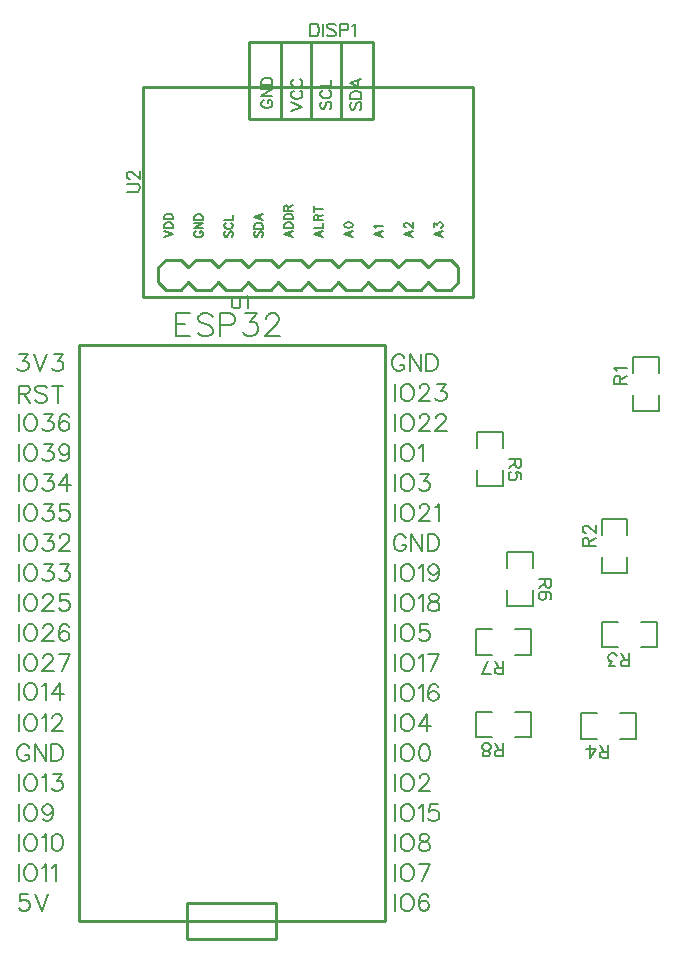
<source format=gto>
G04 Layer: TopSilkscreenLayer*
G04 EasyEDA v6.5.51, 2025-10-07 15:43:34*
G04 065a6221327546c7852400a8f05eee82,a6cf4550276c400b965b925ba5ea59c0,10*
G04 Gerber Generator version 0.2*
G04 Scale: 100 percent, Rotated: No, Reflected: No *
G04 Dimensions in millimeters *
G04 leading zeros omitted , absolute positions ,4 integer and 5 decimal *
%FSLAX45Y45*%
%MOMM*%

%ADD10C,0.1524*%
%ADD11C,0.2032*%
%ADD12C,0.2540*%
%ADD13C,0.0158*%

%LPD*%
D10*
X3421786Y-630326D02*
G01*
X3421786Y-739292D01*
X3421786Y-630326D02*
G01*
X3458108Y-630326D01*
X3473856Y-635406D01*
X3484016Y-645820D01*
X3489350Y-656234D01*
X3494430Y-671982D01*
X3494430Y-697890D01*
X3489350Y-713384D01*
X3484016Y-723798D01*
X3473856Y-734212D01*
X3458108Y-739292D01*
X3421786Y-739292D01*
X3528720Y-630326D02*
G01*
X3528720Y-739292D01*
X3635908Y-645820D02*
G01*
X3625494Y-635406D01*
X3609746Y-630326D01*
X3589172Y-630326D01*
X3573424Y-635406D01*
X3563010Y-645820D01*
X3563010Y-656234D01*
X3568344Y-666648D01*
X3573424Y-671982D01*
X3583838Y-677062D01*
X3615080Y-687476D01*
X3625494Y-692556D01*
X3630574Y-697890D01*
X3635908Y-708304D01*
X3635908Y-723798D01*
X3625494Y-734212D01*
X3609746Y-739292D01*
X3589172Y-739292D01*
X3573424Y-734212D01*
X3563010Y-723798D01*
X3670198Y-630326D02*
G01*
X3670198Y-739292D01*
X3670198Y-630326D02*
G01*
X3716934Y-630326D01*
X3732428Y-635406D01*
X3737762Y-640740D01*
X3742842Y-651154D01*
X3742842Y-666648D01*
X3737762Y-677062D01*
X3732428Y-682142D01*
X3716934Y-687476D01*
X3670198Y-687476D01*
X3777132Y-651154D02*
G01*
X3787546Y-645820D01*
X3803040Y-630326D01*
X3803040Y-739292D01*
D11*
X3025800Y-1276695D02*
G01*
X3016656Y-1281267D01*
X3007512Y-1290157D01*
X3003194Y-1299301D01*
X3003194Y-1317589D01*
X3007512Y-1326733D01*
X3016656Y-1335623D01*
X3025800Y-1340195D01*
X3039516Y-1344767D01*
X3062122Y-1344767D01*
X3075838Y-1340195D01*
X3084982Y-1335623D01*
X3094126Y-1326733D01*
X3098444Y-1317589D01*
X3098444Y-1299301D01*
X3094126Y-1290157D01*
X3084982Y-1281267D01*
X3075838Y-1276695D01*
X3062122Y-1276695D01*
X3062122Y-1299301D02*
G01*
X3062122Y-1276695D01*
X3003194Y-1246723D02*
G01*
X3098444Y-1246723D01*
X3003194Y-1246723D02*
G01*
X3098444Y-1182969D01*
X3003194Y-1182969D02*
G01*
X3098444Y-1182969D01*
X3003194Y-1152997D02*
G01*
X3098444Y-1152997D01*
X3003194Y-1152997D02*
G01*
X3003194Y-1121247D01*
X3007512Y-1107531D01*
X3016656Y-1098387D01*
X3025800Y-1093815D01*
X3039516Y-1089243D01*
X3062122Y-1089243D01*
X3075838Y-1093815D01*
X3084982Y-1098387D01*
X3094126Y-1107531D01*
X3098444Y-1121247D01*
X3098444Y-1152997D01*
X3258116Y-1369672D02*
G01*
X3353620Y-1333350D01*
X3258116Y-1297028D02*
G01*
X3353620Y-1333350D01*
X3280722Y-1198984D02*
G01*
X3271832Y-1203556D01*
X3262688Y-1212446D01*
X3258116Y-1221590D01*
X3258116Y-1239878D01*
X3262688Y-1248768D01*
X3271832Y-1257912D01*
X3280722Y-1262484D01*
X3294438Y-1267056D01*
X3317298Y-1267056D01*
X3330760Y-1262484D01*
X3339904Y-1257912D01*
X3349048Y-1248768D01*
X3353620Y-1239878D01*
X3353620Y-1221590D01*
X3349048Y-1212446D01*
X3339904Y-1203556D01*
X3330760Y-1198984D01*
X3280722Y-1100686D02*
G01*
X3271832Y-1105258D01*
X3262688Y-1114402D01*
X3258116Y-1123546D01*
X3258116Y-1141580D01*
X3262688Y-1150724D01*
X3271832Y-1159868D01*
X3280722Y-1164440D01*
X3294438Y-1169012D01*
X3317298Y-1169012D01*
X3330760Y-1164440D01*
X3339904Y-1159868D01*
X3349048Y-1150724D01*
X3353620Y-1141580D01*
X3353620Y-1123546D01*
X3349048Y-1114402D01*
X3339904Y-1105258D01*
X3330760Y-1100686D01*
X3516772Y-1291160D02*
G01*
X3507628Y-1300304D01*
X3503056Y-1313766D01*
X3503056Y-1332054D01*
X3507628Y-1345770D01*
X3516772Y-1354914D01*
X3525916Y-1354914D01*
X3534806Y-1350342D01*
X3539378Y-1345770D01*
X3543950Y-1336626D01*
X3553094Y-1309448D01*
X3557666Y-1300304D01*
X3562238Y-1295732D01*
X3571382Y-1291160D01*
X3584844Y-1291160D01*
X3593988Y-1300304D01*
X3598560Y-1313766D01*
X3598560Y-1332054D01*
X3593988Y-1345770D01*
X3584844Y-1354914D01*
X3525916Y-1192862D02*
G01*
X3516772Y-1197434D01*
X3507628Y-1206578D01*
X3503056Y-1215722D01*
X3503056Y-1234010D01*
X3507628Y-1242900D01*
X3516772Y-1252044D01*
X3525916Y-1256616D01*
X3539378Y-1261188D01*
X3562238Y-1261188D01*
X3575700Y-1256616D01*
X3584844Y-1252044D01*
X3593988Y-1242900D01*
X3598560Y-1234010D01*
X3598560Y-1215722D01*
X3593988Y-1206578D01*
X3584844Y-1197434D01*
X3575700Y-1192862D01*
X3503056Y-1162890D02*
G01*
X3598560Y-1162890D01*
X3598560Y-1162890D02*
G01*
X3598560Y-1108534D01*
X3771699Y-1296070D02*
G01*
X3762555Y-1305214D01*
X3757983Y-1318930D01*
X3757983Y-1336964D01*
X3762555Y-1350680D01*
X3771699Y-1359824D01*
X3780843Y-1359824D01*
X3789987Y-1355252D01*
X3794559Y-1350680D01*
X3798877Y-1341536D01*
X3808021Y-1314358D01*
X3812593Y-1305214D01*
X3817165Y-1300642D01*
X3826309Y-1296070D01*
X3840025Y-1296070D01*
X3848915Y-1305214D01*
X3853487Y-1318930D01*
X3853487Y-1336964D01*
X3848915Y-1350680D01*
X3840025Y-1359824D01*
X3757983Y-1266098D02*
G01*
X3853487Y-1266098D01*
X3757983Y-1266098D02*
G01*
X3757983Y-1234348D01*
X3762555Y-1220632D01*
X3771699Y-1211742D01*
X3780843Y-1207170D01*
X3794559Y-1202598D01*
X3817165Y-1202598D01*
X3830881Y-1207170D01*
X3840025Y-1211742D01*
X3848915Y-1220632D01*
X3853487Y-1234348D01*
X3853487Y-1266098D01*
X3757983Y-1136050D02*
G01*
X3853487Y-1172626D01*
X3757983Y-1136050D02*
G01*
X3853487Y-1099728D01*
X3821737Y-1158910D02*
G01*
X3821737Y-1113444D01*
D10*
X2755900Y-2932684D02*
G01*
X2755900Y-3010662D01*
X2760979Y-3026155D01*
X2771393Y-3036570D01*
X2787141Y-3041650D01*
X2797556Y-3041650D01*
X2813050Y-3036570D01*
X2823463Y-3026155D01*
X2828543Y-3010662D01*
X2828543Y-2932684D01*
X2862834Y-2953512D02*
G01*
X2873247Y-2948178D01*
X2888995Y-2932684D01*
X2888995Y-3041650D01*
D11*
X2286000Y-3084576D02*
G01*
X2286000Y-3278378D01*
X2286000Y-3084576D02*
G01*
X2406141Y-3084576D01*
X2286000Y-3176778D02*
G01*
X2359913Y-3176778D01*
X2286000Y-3278378D02*
G01*
X2406141Y-3278378D01*
X2596388Y-3112262D02*
G01*
X2577845Y-3093720D01*
X2550159Y-3084576D01*
X2513329Y-3084576D01*
X2485390Y-3093720D01*
X2467102Y-3112262D01*
X2467102Y-3130550D01*
X2476245Y-3149092D01*
X2485390Y-3158489D01*
X2503931Y-3167634D01*
X2559304Y-3186176D01*
X2577845Y-3195320D01*
X2586990Y-3204463D01*
X2596388Y-3223005D01*
X2596388Y-3250692D01*
X2577845Y-3269234D01*
X2550159Y-3278378D01*
X2513329Y-3278378D01*
X2485390Y-3269234D01*
X2467102Y-3250692D01*
X2657347Y-3084576D02*
G01*
X2657347Y-3278378D01*
X2657347Y-3084576D02*
G01*
X2740406Y-3084576D01*
X2768091Y-3093720D01*
X2777490Y-3102863D01*
X2786634Y-3121405D01*
X2786634Y-3149092D01*
X2777490Y-3167634D01*
X2768091Y-3176778D01*
X2740406Y-3186176D01*
X2657347Y-3186176D01*
X2866136Y-3084576D02*
G01*
X2967736Y-3084576D01*
X2912109Y-3158489D01*
X2940050Y-3158489D01*
X2958338Y-3167634D01*
X2967736Y-3176778D01*
X2976879Y-3204463D01*
X2976879Y-3223005D01*
X2967736Y-3250692D01*
X2949193Y-3269234D01*
X2921508Y-3278378D01*
X2893822Y-3278378D01*
X2866136Y-3269234D01*
X2856738Y-3260089D01*
X2847593Y-3241547D01*
X3046984Y-3130550D02*
G01*
X3046984Y-3121405D01*
X3056381Y-3102863D01*
X3065525Y-3093720D01*
X3084068Y-3084576D01*
X3120897Y-3084576D01*
X3139440Y-3093720D01*
X3148584Y-3102863D01*
X3157981Y-3121405D01*
X3157981Y-3139947D01*
X3148584Y-3158489D01*
X3130295Y-3186176D01*
X3037840Y-3278378D01*
X3167125Y-3278378D01*
X953515Y-3431026D02*
G01*
X1028445Y-3431026D01*
X987552Y-3485636D01*
X1007871Y-3485636D01*
X1021587Y-3492240D01*
X1028445Y-3499098D01*
X1035304Y-3519672D01*
X1035304Y-3533388D01*
X1028445Y-3553708D01*
X1014729Y-3567424D01*
X994410Y-3574282D01*
X973836Y-3574282D01*
X953515Y-3567424D01*
X946657Y-3560566D01*
X939800Y-3546850D01*
X1080262Y-3431026D02*
G01*
X1134871Y-3574282D01*
X1189228Y-3431026D02*
G01*
X1134871Y-3574282D01*
X1247902Y-3431026D02*
G01*
X1323086Y-3431026D01*
X1282192Y-3485636D01*
X1302512Y-3485636D01*
X1316228Y-3492240D01*
X1323086Y-3499098D01*
X1329689Y-3519672D01*
X1329689Y-3533388D01*
X1323086Y-3553708D01*
X1309370Y-3567424D01*
X1288795Y-3574282D01*
X1268476Y-3574282D01*
X1247902Y-3567424D01*
X1241044Y-3560566D01*
X1234439Y-3546850D01*
X952500Y-3695697D02*
G01*
X952500Y-3838953D01*
X952500Y-3695697D02*
G01*
X1013968Y-3695697D01*
X1034287Y-3702555D01*
X1041145Y-3709413D01*
X1048004Y-3722875D01*
X1048004Y-3736591D01*
X1041145Y-3750307D01*
X1034287Y-3756911D01*
X1013968Y-3763769D01*
X952500Y-3763769D01*
X1000252Y-3763769D02*
G01*
X1048004Y-3838953D01*
X1188465Y-3716017D02*
G01*
X1174750Y-3702555D01*
X1154429Y-3695697D01*
X1126997Y-3695697D01*
X1106678Y-3702555D01*
X1092962Y-3716017D01*
X1092962Y-3729733D01*
X1099820Y-3743449D01*
X1106678Y-3750307D01*
X1120139Y-3756911D01*
X1161034Y-3770627D01*
X1174750Y-3777485D01*
X1181607Y-3784343D01*
X1188465Y-3798059D01*
X1188465Y-3818379D01*
X1174750Y-3832095D01*
X1154429Y-3838953D01*
X1126997Y-3838953D01*
X1106678Y-3832095D01*
X1092962Y-3818379D01*
X1281176Y-3695697D02*
G01*
X1281176Y-3838953D01*
X1233423Y-3695697D02*
G01*
X1328928Y-3695697D01*
X952500Y-3939031D02*
G01*
X952500Y-4082287D01*
X1038352Y-3939031D02*
G01*
X1024889Y-3945889D01*
X1011173Y-3959352D01*
X1004315Y-3973068D01*
X997457Y-3993642D01*
X997457Y-4027678D01*
X1004315Y-4047997D01*
X1011173Y-4061713D01*
X1024889Y-4075429D01*
X1038352Y-4082287D01*
X1065784Y-4082287D01*
X1079245Y-4075429D01*
X1092962Y-4061713D01*
X1099820Y-4047997D01*
X1106678Y-4027678D01*
X1106678Y-3993642D01*
X1099820Y-3973068D01*
X1092962Y-3959352D01*
X1079245Y-3945889D01*
X1065784Y-3939031D01*
X1038352Y-3939031D01*
X1165352Y-3939031D02*
G01*
X1240281Y-3939031D01*
X1199387Y-3993642D01*
X1219707Y-3993642D01*
X1233423Y-4000245D01*
X1240281Y-4007104D01*
X1247139Y-4027678D01*
X1247139Y-4041394D01*
X1240281Y-4061713D01*
X1226565Y-4075429D01*
X1206245Y-4082287D01*
X1185671Y-4082287D01*
X1165352Y-4075429D01*
X1158494Y-4068571D01*
X1151636Y-4054855D01*
X1373886Y-3959352D02*
G01*
X1367028Y-3945889D01*
X1346707Y-3939031D01*
X1332992Y-3939031D01*
X1312418Y-3945889D01*
X1298955Y-3966210D01*
X1292097Y-4000245D01*
X1292097Y-4034536D01*
X1298955Y-4061713D01*
X1312418Y-4075429D01*
X1332992Y-4082287D01*
X1339850Y-4082287D01*
X1360170Y-4075429D01*
X1373886Y-4061713D01*
X1380744Y-4041394D01*
X1380744Y-4034536D01*
X1373886Y-4013962D01*
X1360170Y-4000245D01*
X1339850Y-3993642D01*
X1332992Y-3993642D01*
X1312418Y-4000245D01*
X1298955Y-4013962D01*
X1292097Y-4034536D01*
X952500Y-4193031D02*
G01*
X952500Y-4336287D01*
X1038352Y-4193031D02*
G01*
X1024889Y-4199889D01*
X1011173Y-4213352D01*
X1004315Y-4227068D01*
X997457Y-4247642D01*
X997457Y-4281678D01*
X1004315Y-4301997D01*
X1011173Y-4315713D01*
X1024889Y-4329429D01*
X1038352Y-4336287D01*
X1065784Y-4336287D01*
X1079245Y-4329429D01*
X1092962Y-4315713D01*
X1099820Y-4301997D01*
X1106678Y-4281678D01*
X1106678Y-4247642D01*
X1099820Y-4227068D01*
X1092962Y-4213352D01*
X1079245Y-4199889D01*
X1065784Y-4193031D01*
X1038352Y-4193031D01*
X1165352Y-4193031D02*
G01*
X1240281Y-4193031D01*
X1199387Y-4247642D01*
X1219707Y-4247642D01*
X1233423Y-4254245D01*
X1240281Y-4261104D01*
X1247139Y-4281678D01*
X1247139Y-4295394D01*
X1240281Y-4315713D01*
X1226565Y-4329429D01*
X1206245Y-4336287D01*
X1185671Y-4336287D01*
X1165352Y-4329429D01*
X1158494Y-4322571D01*
X1151636Y-4308855D01*
X1380744Y-4240784D02*
G01*
X1373886Y-4261104D01*
X1360170Y-4274820D01*
X1339850Y-4281678D01*
X1332992Y-4281678D01*
X1312418Y-4274820D01*
X1298955Y-4261104D01*
X1292097Y-4240784D01*
X1292097Y-4233926D01*
X1298955Y-4213352D01*
X1312418Y-4199889D01*
X1332992Y-4193031D01*
X1339850Y-4193031D01*
X1360170Y-4199889D01*
X1373886Y-4213352D01*
X1380744Y-4240784D01*
X1380744Y-4274820D01*
X1373886Y-4308855D01*
X1360170Y-4329429D01*
X1339850Y-4336287D01*
X1326134Y-4336287D01*
X1305560Y-4329429D01*
X1298955Y-4315713D01*
X952500Y-4444997D02*
G01*
X952500Y-4588253D01*
X1038352Y-4444997D02*
G01*
X1024889Y-4451855D01*
X1011173Y-4465317D01*
X1004315Y-4479033D01*
X997457Y-4499607D01*
X997457Y-4533643D01*
X1004315Y-4553963D01*
X1011173Y-4567679D01*
X1024889Y-4581395D01*
X1038352Y-4588253D01*
X1065784Y-4588253D01*
X1079245Y-4581395D01*
X1092962Y-4567679D01*
X1099820Y-4553963D01*
X1106678Y-4533643D01*
X1106678Y-4499607D01*
X1099820Y-4479033D01*
X1092962Y-4465317D01*
X1079245Y-4451855D01*
X1065784Y-4444997D01*
X1038352Y-4444997D01*
X1165352Y-4444997D02*
G01*
X1240281Y-4444997D01*
X1199387Y-4499607D01*
X1219707Y-4499607D01*
X1233423Y-4506211D01*
X1240281Y-4513069D01*
X1247139Y-4533643D01*
X1247139Y-4547359D01*
X1240281Y-4567679D01*
X1226565Y-4581395D01*
X1206245Y-4588253D01*
X1185671Y-4588253D01*
X1165352Y-4581395D01*
X1158494Y-4574537D01*
X1151636Y-4560821D01*
X1360170Y-4444997D02*
G01*
X1292097Y-4540501D01*
X1394205Y-4540501D01*
X1360170Y-4444997D02*
G01*
X1360170Y-4588253D01*
X952500Y-4698997D02*
G01*
X952500Y-4842253D01*
X1038352Y-4698997D02*
G01*
X1024889Y-4705855D01*
X1011173Y-4719317D01*
X1004315Y-4733033D01*
X997457Y-4753607D01*
X997457Y-4787643D01*
X1004315Y-4807963D01*
X1011173Y-4821679D01*
X1024889Y-4835395D01*
X1038352Y-4842253D01*
X1065784Y-4842253D01*
X1079245Y-4835395D01*
X1092962Y-4821679D01*
X1099820Y-4807963D01*
X1106678Y-4787643D01*
X1106678Y-4753607D01*
X1099820Y-4733033D01*
X1092962Y-4719317D01*
X1079245Y-4705855D01*
X1065784Y-4698997D01*
X1038352Y-4698997D01*
X1165352Y-4698997D02*
G01*
X1240281Y-4698997D01*
X1199387Y-4753607D01*
X1219707Y-4753607D01*
X1233423Y-4760211D01*
X1240281Y-4767069D01*
X1247139Y-4787643D01*
X1247139Y-4801359D01*
X1240281Y-4821679D01*
X1226565Y-4835395D01*
X1206245Y-4842253D01*
X1185671Y-4842253D01*
X1165352Y-4835395D01*
X1158494Y-4828537D01*
X1151636Y-4814821D01*
X1373886Y-4698997D02*
G01*
X1305560Y-4698997D01*
X1298955Y-4760211D01*
X1305560Y-4753607D01*
X1326134Y-4746749D01*
X1346707Y-4746749D01*
X1367028Y-4753607D01*
X1380744Y-4767069D01*
X1387602Y-4787643D01*
X1387602Y-4801359D01*
X1380744Y-4821679D01*
X1367028Y-4835395D01*
X1346707Y-4842253D01*
X1326134Y-4842253D01*
X1305560Y-4835395D01*
X1298955Y-4828537D01*
X1292097Y-4814821D01*
X952500Y-4952997D02*
G01*
X952500Y-5096253D01*
X1038352Y-4952997D02*
G01*
X1024889Y-4959855D01*
X1011173Y-4973317D01*
X1004315Y-4987033D01*
X997457Y-5007607D01*
X997457Y-5041643D01*
X1004315Y-5061963D01*
X1011173Y-5075679D01*
X1024889Y-5089395D01*
X1038352Y-5096253D01*
X1065784Y-5096253D01*
X1079245Y-5089395D01*
X1092962Y-5075679D01*
X1099820Y-5061963D01*
X1106678Y-5041643D01*
X1106678Y-5007607D01*
X1099820Y-4987033D01*
X1092962Y-4973317D01*
X1079245Y-4959855D01*
X1065784Y-4952997D01*
X1038352Y-4952997D01*
X1165352Y-4952997D02*
G01*
X1240281Y-4952997D01*
X1199387Y-5007607D01*
X1219707Y-5007607D01*
X1233423Y-5014211D01*
X1240281Y-5021069D01*
X1247139Y-5041643D01*
X1247139Y-5055359D01*
X1240281Y-5075679D01*
X1226565Y-5089395D01*
X1206245Y-5096253D01*
X1185671Y-5096253D01*
X1165352Y-5089395D01*
X1158494Y-5082537D01*
X1151636Y-5068821D01*
X1298955Y-4987033D02*
G01*
X1298955Y-4980175D01*
X1305560Y-4966713D01*
X1312418Y-4959855D01*
X1326134Y-4952997D01*
X1353312Y-4952997D01*
X1367028Y-4959855D01*
X1373886Y-4966713D01*
X1380744Y-4980175D01*
X1380744Y-4993891D01*
X1373886Y-5007607D01*
X1360170Y-5027927D01*
X1292097Y-5096253D01*
X1387602Y-5096253D01*
X952500Y-6212331D02*
G01*
X952500Y-6355587D01*
X1038352Y-6212331D02*
G01*
X1024889Y-6219189D01*
X1011173Y-6232652D01*
X1004315Y-6246368D01*
X997457Y-6266942D01*
X997457Y-6300978D01*
X1004315Y-6321297D01*
X1011173Y-6335013D01*
X1024889Y-6348729D01*
X1038352Y-6355587D01*
X1065784Y-6355587D01*
X1079245Y-6348729D01*
X1092962Y-6335013D01*
X1099820Y-6321297D01*
X1106678Y-6300978D01*
X1106678Y-6266942D01*
X1099820Y-6246368D01*
X1092962Y-6232652D01*
X1079245Y-6219189D01*
X1065784Y-6212331D01*
X1038352Y-6212331D01*
X1151636Y-6239510D02*
G01*
X1165352Y-6232652D01*
X1185671Y-6212331D01*
X1185671Y-6355587D01*
X1298955Y-6212331D02*
G01*
X1230629Y-6307836D01*
X1332992Y-6307836D01*
X1298955Y-6212331D02*
G01*
X1298955Y-6355587D01*
X952500Y-5971031D02*
G01*
X952500Y-6114287D01*
X1038352Y-5971031D02*
G01*
X1024889Y-5977889D01*
X1011173Y-5991352D01*
X1004315Y-6005068D01*
X997457Y-6025642D01*
X997457Y-6059678D01*
X1004315Y-6079997D01*
X1011173Y-6093713D01*
X1024889Y-6107429D01*
X1038352Y-6114287D01*
X1065784Y-6114287D01*
X1079245Y-6107429D01*
X1092962Y-6093713D01*
X1099820Y-6079997D01*
X1106678Y-6059678D01*
X1106678Y-6025642D01*
X1099820Y-6005068D01*
X1092962Y-5991352D01*
X1079245Y-5977889D01*
X1065784Y-5971031D01*
X1038352Y-5971031D01*
X1158494Y-6005068D02*
G01*
X1158494Y-5998210D01*
X1165352Y-5984747D01*
X1171955Y-5977889D01*
X1185671Y-5971031D01*
X1212850Y-5971031D01*
X1226565Y-5977889D01*
X1233423Y-5984747D01*
X1240281Y-5998210D01*
X1240281Y-6011926D01*
X1233423Y-6025642D01*
X1219707Y-6045962D01*
X1151636Y-6114287D01*
X1247139Y-6114287D01*
X1387602Y-5971031D02*
G01*
X1319276Y-6114287D01*
X1292097Y-5971031D02*
G01*
X1387602Y-5971031D01*
X952500Y-5717031D02*
G01*
X952500Y-5860287D01*
X1038352Y-5717031D02*
G01*
X1024889Y-5723889D01*
X1011173Y-5737352D01*
X1004315Y-5751068D01*
X997457Y-5771642D01*
X997457Y-5805678D01*
X1004315Y-5825997D01*
X1011173Y-5839713D01*
X1024889Y-5853429D01*
X1038352Y-5860287D01*
X1065784Y-5860287D01*
X1079245Y-5853429D01*
X1092962Y-5839713D01*
X1099820Y-5825997D01*
X1106678Y-5805678D01*
X1106678Y-5771642D01*
X1099820Y-5751068D01*
X1092962Y-5737352D01*
X1079245Y-5723889D01*
X1065784Y-5717031D01*
X1038352Y-5717031D01*
X1158494Y-5751068D02*
G01*
X1158494Y-5744210D01*
X1165352Y-5730747D01*
X1171955Y-5723889D01*
X1185671Y-5717031D01*
X1212850Y-5717031D01*
X1226565Y-5723889D01*
X1233423Y-5730747D01*
X1240281Y-5744210D01*
X1240281Y-5757926D01*
X1233423Y-5771642D01*
X1219707Y-5791962D01*
X1151636Y-5860287D01*
X1247139Y-5860287D01*
X1373886Y-5737352D02*
G01*
X1367028Y-5723889D01*
X1346707Y-5717031D01*
X1332992Y-5717031D01*
X1312418Y-5723889D01*
X1298955Y-5744210D01*
X1292097Y-5778245D01*
X1292097Y-5812536D01*
X1298955Y-5839713D01*
X1312418Y-5853429D01*
X1332992Y-5860287D01*
X1339850Y-5860287D01*
X1360170Y-5853429D01*
X1373886Y-5839713D01*
X1380744Y-5819394D01*
X1380744Y-5812536D01*
X1373886Y-5791962D01*
X1360170Y-5778245D01*
X1339850Y-5771642D01*
X1332992Y-5771642D01*
X1312418Y-5778245D01*
X1298955Y-5791962D01*
X1292097Y-5812536D01*
X952500Y-5460997D02*
G01*
X952500Y-5604253D01*
X1038352Y-5460997D02*
G01*
X1024889Y-5467855D01*
X1011173Y-5481317D01*
X1004315Y-5495033D01*
X997457Y-5515607D01*
X997457Y-5549643D01*
X1004315Y-5569963D01*
X1011173Y-5583679D01*
X1024889Y-5597395D01*
X1038352Y-5604253D01*
X1065784Y-5604253D01*
X1079245Y-5597395D01*
X1092962Y-5583679D01*
X1099820Y-5569963D01*
X1106678Y-5549643D01*
X1106678Y-5515607D01*
X1099820Y-5495033D01*
X1092962Y-5481317D01*
X1079245Y-5467855D01*
X1065784Y-5460997D01*
X1038352Y-5460997D01*
X1158494Y-5495033D02*
G01*
X1158494Y-5488175D01*
X1165352Y-5474713D01*
X1171955Y-5467855D01*
X1185671Y-5460997D01*
X1212850Y-5460997D01*
X1226565Y-5467855D01*
X1233423Y-5474713D01*
X1240281Y-5488175D01*
X1240281Y-5501891D01*
X1233423Y-5515607D01*
X1219707Y-5535927D01*
X1151636Y-5604253D01*
X1247139Y-5604253D01*
X1373886Y-5460997D02*
G01*
X1305560Y-5460997D01*
X1298955Y-5522211D01*
X1305560Y-5515607D01*
X1326134Y-5508749D01*
X1346707Y-5508749D01*
X1367028Y-5515607D01*
X1380744Y-5529069D01*
X1387602Y-5549643D01*
X1387602Y-5563359D01*
X1380744Y-5583679D01*
X1367028Y-5597395D01*
X1346707Y-5604253D01*
X1326134Y-5604253D01*
X1305560Y-5597395D01*
X1298955Y-5590537D01*
X1292097Y-5576821D01*
X952500Y-5209031D02*
G01*
X952500Y-5352287D01*
X1038352Y-5209031D02*
G01*
X1024889Y-5215889D01*
X1011173Y-5229352D01*
X1004315Y-5243068D01*
X997457Y-5263642D01*
X997457Y-5297678D01*
X1004315Y-5317997D01*
X1011173Y-5331713D01*
X1024889Y-5345429D01*
X1038352Y-5352287D01*
X1065784Y-5352287D01*
X1079245Y-5345429D01*
X1092962Y-5331713D01*
X1099820Y-5317997D01*
X1106678Y-5297678D01*
X1106678Y-5263642D01*
X1099820Y-5243068D01*
X1092962Y-5229352D01*
X1079245Y-5215889D01*
X1065784Y-5209031D01*
X1038352Y-5209031D01*
X1165352Y-5209031D02*
G01*
X1240281Y-5209031D01*
X1199387Y-5263642D01*
X1219707Y-5263642D01*
X1233423Y-5270245D01*
X1240281Y-5277104D01*
X1247139Y-5297678D01*
X1247139Y-5311394D01*
X1240281Y-5331713D01*
X1226565Y-5345429D01*
X1206245Y-5352287D01*
X1185671Y-5352287D01*
X1165352Y-5345429D01*
X1158494Y-5338571D01*
X1151636Y-5324855D01*
X1305560Y-5209031D02*
G01*
X1380744Y-5209031D01*
X1339850Y-5263642D01*
X1360170Y-5263642D01*
X1373886Y-5270245D01*
X1380744Y-5277104D01*
X1387602Y-5297678D01*
X1387602Y-5311394D01*
X1380744Y-5331713D01*
X1367028Y-5345429D01*
X1346707Y-5352287D01*
X1326134Y-5352287D01*
X1305560Y-5345429D01*
X1298955Y-5338571D01*
X1292097Y-5324855D01*
X952500Y-7749034D02*
G01*
X952500Y-7892290D01*
X1038352Y-7749034D02*
G01*
X1024889Y-7755892D01*
X1011173Y-7769354D01*
X1004315Y-7783070D01*
X997457Y-7803644D01*
X997457Y-7837680D01*
X1004315Y-7858000D01*
X1011173Y-7871716D01*
X1024889Y-7885432D01*
X1038352Y-7892290D01*
X1065784Y-7892290D01*
X1079245Y-7885432D01*
X1092962Y-7871716D01*
X1099820Y-7858000D01*
X1106678Y-7837680D01*
X1106678Y-7803644D01*
X1099820Y-7783070D01*
X1092962Y-7769354D01*
X1079245Y-7755892D01*
X1065784Y-7749034D01*
X1038352Y-7749034D01*
X1151636Y-7776212D02*
G01*
X1165352Y-7769354D01*
X1185671Y-7749034D01*
X1185671Y-7892290D01*
X1230629Y-7776212D02*
G01*
X1244345Y-7769354D01*
X1264665Y-7749034D01*
X1264665Y-7892290D01*
X952500Y-7493000D02*
G01*
X952500Y-7636255D01*
X1038352Y-7493000D02*
G01*
X1024889Y-7499858D01*
X1011173Y-7513320D01*
X1004315Y-7527036D01*
X997457Y-7547610D01*
X997457Y-7581645D01*
X1004315Y-7601965D01*
X1011173Y-7615681D01*
X1024889Y-7629397D01*
X1038352Y-7636255D01*
X1065784Y-7636255D01*
X1079245Y-7629397D01*
X1092962Y-7615681D01*
X1099820Y-7601965D01*
X1106678Y-7581645D01*
X1106678Y-7547610D01*
X1099820Y-7527036D01*
X1092962Y-7513320D01*
X1079245Y-7499858D01*
X1065784Y-7493000D01*
X1038352Y-7493000D01*
X1151636Y-7520178D02*
G01*
X1165352Y-7513320D01*
X1185671Y-7493000D01*
X1185671Y-7636255D01*
X1271523Y-7493000D02*
G01*
X1251204Y-7499858D01*
X1237487Y-7520178D01*
X1230629Y-7554213D01*
X1230629Y-7574787D01*
X1237487Y-7608823D01*
X1251204Y-7629397D01*
X1271523Y-7636255D01*
X1285239Y-7636255D01*
X1305560Y-7629397D01*
X1319276Y-7608823D01*
X1326134Y-7574787D01*
X1326134Y-7554213D01*
X1319276Y-7520178D01*
X1305560Y-7499858D01*
X1285239Y-7493000D01*
X1271523Y-7493000D01*
X952500Y-7239000D02*
G01*
X952500Y-7382255D01*
X1038352Y-7239000D02*
G01*
X1024889Y-7245858D01*
X1011173Y-7259320D01*
X1004315Y-7273036D01*
X997457Y-7293610D01*
X997457Y-7327645D01*
X1004315Y-7347965D01*
X1011173Y-7361681D01*
X1024889Y-7375397D01*
X1038352Y-7382255D01*
X1065784Y-7382255D01*
X1079245Y-7375397D01*
X1092962Y-7361681D01*
X1099820Y-7347965D01*
X1106678Y-7327645D01*
X1106678Y-7293610D01*
X1099820Y-7273036D01*
X1092962Y-7259320D01*
X1079245Y-7245858D01*
X1065784Y-7239000D01*
X1038352Y-7239000D01*
X1240281Y-7286752D02*
G01*
X1233423Y-7307071D01*
X1219707Y-7320787D01*
X1199387Y-7327645D01*
X1192529Y-7327645D01*
X1171955Y-7320787D01*
X1158494Y-7307071D01*
X1151636Y-7286752D01*
X1151636Y-7279894D01*
X1158494Y-7259320D01*
X1171955Y-7245858D01*
X1192529Y-7239000D01*
X1199387Y-7239000D01*
X1219707Y-7245858D01*
X1233423Y-7259320D01*
X1240281Y-7286752D01*
X1240281Y-7320787D01*
X1233423Y-7354823D01*
X1219707Y-7375397D01*
X1199387Y-7382255D01*
X1185671Y-7382255D01*
X1165352Y-7375397D01*
X1158494Y-7361681D01*
X952500Y-6985000D02*
G01*
X952500Y-7128255D01*
X1038352Y-6985000D02*
G01*
X1024889Y-6991858D01*
X1011173Y-7005320D01*
X1004315Y-7019036D01*
X997457Y-7039610D01*
X997457Y-7073645D01*
X1004315Y-7093965D01*
X1011173Y-7107681D01*
X1024889Y-7121397D01*
X1038352Y-7128255D01*
X1065784Y-7128255D01*
X1079245Y-7121397D01*
X1092962Y-7107681D01*
X1099820Y-7093965D01*
X1106678Y-7073645D01*
X1106678Y-7039610D01*
X1099820Y-7019036D01*
X1092962Y-7005320D01*
X1079245Y-6991858D01*
X1065784Y-6985000D01*
X1038352Y-6985000D01*
X1151636Y-7012178D02*
G01*
X1165352Y-7005320D01*
X1185671Y-6985000D01*
X1185671Y-7128255D01*
X1244345Y-6985000D02*
G01*
X1319276Y-6985000D01*
X1278381Y-7039610D01*
X1298955Y-7039610D01*
X1312418Y-7046213D01*
X1319276Y-7053071D01*
X1326134Y-7073645D01*
X1326134Y-7087362D01*
X1319276Y-7107681D01*
X1305560Y-7121397D01*
X1285239Y-7128255D01*
X1264665Y-7128255D01*
X1244345Y-7121397D01*
X1237487Y-7114539D01*
X1230629Y-7100823D01*
X952500Y-6479031D02*
G01*
X952500Y-6622287D01*
X1038352Y-6479031D02*
G01*
X1024889Y-6485889D01*
X1011173Y-6499352D01*
X1004315Y-6513068D01*
X997457Y-6533642D01*
X997457Y-6567678D01*
X1004315Y-6587997D01*
X1011173Y-6601713D01*
X1024889Y-6615429D01*
X1038352Y-6622287D01*
X1065784Y-6622287D01*
X1079245Y-6615429D01*
X1092962Y-6601713D01*
X1099820Y-6587997D01*
X1106678Y-6567678D01*
X1106678Y-6533642D01*
X1099820Y-6513068D01*
X1092962Y-6499352D01*
X1079245Y-6485889D01*
X1065784Y-6479031D01*
X1038352Y-6479031D01*
X1151636Y-6506210D02*
G01*
X1165352Y-6499352D01*
X1185671Y-6479031D01*
X1185671Y-6622287D01*
X1237487Y-6513068D02*
G01*
X1237487Y-6506210D01*
X1244345Y-6492747D01*
X1251204Y-6485889D01*
X1264665Y-6479031D01*
X1292097Y-6479031D01*
X1305560Y-6485889D01*
X1312418Y-6492747D01*
X1319276Y-6506210D01*
X1319276Y-6519926D01*
X1312418Y-6533642D01*
X1298955Y-6553962D01*
X1230629Y-6622287D01*
X1326134Y-6622287D01*
X4140200Y-6479031D02*
G01*
X4140200Y-6622287D01*
X4226052Y-6479031D02*
G01*
X4212590Y-6485889D01*
X4198874Y-6499352D01*
X4192015Y-6513068D01*
X4185158Y-6533642D01*
X4185158Y-6567678D01*
X4192015Y-6587997D01*
X4198874Y-6601713D01*
X4212590Y-6615429D01*
X4226052Y-6622287D01*
X4253484Y-6622287D01*
X4266945Y-6615429D01*
X4280661Y-6601713D01*
X4287520Y-6587997D01*
X4294377Y-6567678D01*
X4294377Y-6533642D01*
X4287520Y-6513068D01*
X4280661Y-6499352D01*
X4266945Y-6485889D01*
X4253484Y-6479031D01*
X4226052Y-6479031D01*
X4407408Y-6479031D02*
G01*
X4339336Y-6574536D01*
X4441443Y-6574536D01*
X4407408Y-6479031D02*
G01*
X4407408Y-6622287D01*
X4140200Y-6733031D02*
G01*
X4140200Y-6876287D01*
X4226052Y-6733031D02*
G01*
X4212590Y-6739889D01*
X4198874Y-6753352D01*
X4192015Y-6767068D01*
X4185158Y-6787642D01*
X4185158Y-6821678D01*
X4192015Y-6841997D01*
X4198874Y-6855713D01*
X4212590Y-6869429D01*
X4226052Y-6876287D01*
X4253484Y-6876287D01*
X4266945Y-6869429D01*
X4280661Y-6855713D01*
X4287520Y-6841997D01*
X4294377Y-6821678D01*
X4294377Y-6787642D01*
X4287520Y-6767068D01*
X4280661Y-6753352D01*
X4266945Y-6739889D01*
X4253484Y-6733031D01*
X4226052Y-6733031D01*
X4380229Y-6733031D02*
G01*
X4359656Y-6739889D01*
X4346193Y-6760210D01*
X4339336Y-6794245D01*
X4339336Y-6814820D01*
X4346193Y-6848855D01*
X4359656Y-6869429D01*
X4380229Y-6876287D01*
X4393945Y-6876287D01*
X4414265Y-6869429D01*
X4427981Y-6848855D01*
X4434840Y-6814820D01*
X4434840Y-6794245D01*
X4427981Y-6760210D01*
X4414265Y-6739889D01*
X4393945Y-6733031D01*
X4380229Y-6733031D01*
X4140200Y-6987031D02*
G01*
X4140200Y-7130287D01*
X4226052Y-6987031D02*
G01*
X4212590Y-6993889D01*
X4198874Y-7007352D01*
X4192015Y-7021068D01*
X4185158Y-7041642D01*
X4185158Y-7075678D01*
X4192015Y-7095997D01*
X4198874Y-7109713D01*
X4212590Y-7123429D01*
X4226052Y-7130287D01*
X4253484Y-7130287D01*
X4266945Y-7123429D01*
X4280661Y-7109713D01*
X4287520Y-7095997D01*
X4294377Y-7075678D01*
X4294377Y-7041642D01*
X4287520Y-7021068D01*
X4280661Y-7007352D01*
X4266945Y-6993889D01*
X4253484Y-6987031D01*
X4226052Y-6987031D01*
X4346193Y-7021068D02*
G01*
X4346193Y-7014210D01*
X4353052Y-7000747D01*
X4359656Y-6993889D01*
X4373372Y-6987031D01*
X4400550Y-6987031D01*
X4414265Y-6993889D01*
X4421124Y-7000747D01*
X4427981Y-7014210D01*
X4427981Y-7027926D01*
X4421124Y-7041642D01*
X4407408Y-7061962D01*
X4339336Y-7130287D01*
X4434840Y-7130287D01*
X4140200Y-7241031D02*
G01*
X4140200Y-7384287D01*
X4226052Y-7241031D02*
G01*
X4212590Y-7247889D01*
X4198874Y-7261352D01*
X4192015Y-7275068D01*
X4185158Y-7295642D01*
X4185158Y-7329678D01*
X4192015Y-7349997D01*
X4198874Y-7363713D01*
X4212590Y-7377429D01*
X4226052Y-7384287D01*
X4253484Y-7384287D01*
X4266945Y-7377429D01*
X4280661Y-7363713D01*
X4287520Y-7349997D01*
X4294377Y-7329678D01*
X4294377Y-7295642D01*
X4287520Y-7275068D01*
X4280661Y-7261352D01*
X4266945Y-7247889D01*
X4253484Y-7241031D01*
X4226052Y-7241031D01*
X4339336Y-7268210D02*
G01*
X4353052Y-7261352D01*
X4373372Y-7241031D01*
X4373372Y-7384287D01*
X4500118Y-7241031D02*
G01*
X4432045Y-7241031D01*
X4425188Y-7302245D01*
X4432045Y-7295642D01*
X4452365Y-7288784D01*
X4472940Y-7288784D01*
X4493259Y-7295642D01*
X4506975Y-7309104D01*
X4513834Y-7329678D01*
X4513834Y-7343394D01*
X4506975Y-7363713D01*
X4493259Y-7377429D01*
X4472940Y-7384287D01*
X4452365Y-7384287D01*
X4432045Y-7377429D01*
X4425188Y-7370571D01*
X4418329Y-7356855D01*
X4140200Y-7495031D02*
G01*
X4140200Y-7638287D01*
X4226052Y-7495031D02*
G01*
X4212590Y-7501889D01*
X4198874Y-7515352D01*
X4192015Y-7529068D01*
X4185158Y-7549642D01*
X4185158Y-7583678D01*
X4192015Y-7603997D01*
X4198874Y-7617713D01*
X4212590Y-7631429D01*
X4226052Y-7638287D01*
X4253484Y-7638287D01*
X4266945Y-7631429D01*
X4280661Y-7617713D01*
X4287520Y-7603997D01*
X4294377Y-7583678D01*
X4294377Y-7549642D01*
X4287520Y-7529068D01*
X4280661Y-7515352D01*
X4266945Y-7501889D01*
X4253484Y-7495031D01*
X4226052Y-7495031D01*
X4373372Y-7495031D02*
G01*
X4353052Y-7501889D01*
X4346193Y-7515352D01*
X4346193Y-7529068D01*
X4353052Y-7542784D01*
X4366513Y-7549642D01*
X4393945Y-7556245D01*
X4414265Y-7563104D01*
X4427981Y-7576820D01*
X4434840Y-7590536D01*
X4434840Y-7610855D01*
X4427981Y-7624571D01*
X4421124Y-7631429D01*
X4400550Y-7638287D01*
X4373372Y-7638287D01*
X4353052Y-7631429D01*
X4346193Y-7624571D01*
X4339336Y-7610855D01*
X4339336Y-7590536D01*
X4346193Y-7576820D01*
X4359656Y-7563104D01*
X4380229Y-7556245D01*
X4407408Y-7549642D01*
X4421124Y-7542784D01*
X4427981Y-7529068D01*
X4427981Y-7515352D01*
X4421124Y-7501889D01*
X4400550Y-7495031D01*
X4373372Y-7495031D01*
X4140200Y-5209031D02*
G01*
X4140200Y-5352287D01*
X4226052Y-5209031D02*
G01*
X4212590Y-5215889D01*
X4198874Y-5229352D01*
X4192015Y-5243068D01*
X4185158Y-5263642D01*
X4185158Y-5297678D01*
X4192015Y-5317997D01*
X4198874Y-5331713D01*
X4212590Y-5345429D01*
X4226052Y-5352287D01*
X4253484Y-5352287D01*
X4266945Y-5345429D01*
X4280661Y-5331713D01*
X4287520Y-5317997D01*
X4294377Y-5297678D01*
X4294377Y-5263642D01*
X4287520Y-5243068D01*
X4280661Y-5229352D01*
X4266945Y-5215889D01*
X4253484Y-5209031D01*
X4226052Y-5209031D01*
X4339336Y-5236210D02*
G01*
X4353052Y-5229352D01*
X4373372Y-5209031D01*
X4373372Y-5352287D01*
X4506975Y-5256784D02*
G01*
X4500118Y-5277104D01*
X4486656Y-5290820D01*
X4466081Y-5297678D01*
X4459224Y-5297678D01*
X4438904Y-5290820D01*
X4425188Y-5277104D01*
X4418329Y-5256784D01*
X4418329Y-5249926D01*
X4425188Y-5229352D01*
X4438904Y-5215889D01*
X4459224Y-5209031D01*
X4466081Y-5209031D01*
X4486656Y-5215889D01*
X4500118Y-5229352D01*
X4506975Y-5256784D01*
X4506975Y-5290820D01*
X4500118Y-5324855D01*
X4486656Y-5345429D01*
X4466081Y-5352287D01*
X4452365Y-5352287D01*
X4432045Y-5345429D01*
X4425188Y-5331713D01*
X4140200Y-5463031D02*
G01*
X4140200Y-5606287D01*
X4226052Y-5463031D02*
G01*
X4212590Y-5469889D01*
X4198874Y-5483352D01*
X4192015Y-5497068D01*
X4185158Y-5517642D01*
X4185158Y-5551678D01*
X4192015Y-5571997D01*
X4198874Y-5585713D01*
X4212590Y-5599429D01*
X4226052Y-5606287D01*
X4253484Y-5606287D01*
X4266945Y-5599429D01*
X4280661Y-5585713D01*
X4287520Y-5571997D01*
X4294377Y-5551678D01*
X4294377Y-5517642D01*
X4287520Y-5497068D01*
X4280661Y-5483352D01*
X4266945Y-5469889D01*
X4253484Y-5463031D01*
X4226052Y-5463031D01*
X4339336Y-5490210D02*
G01*
X4353052Y-5483352D01*
X4373372Y-5463031D01*
X4373372Y-5606287D01*
X4452365Y-5463031D02*
G01*
X4432045Y-5469889D01*
X4425188Y-5483352D01*
X4425188Y-5497068D01*
X4432045Y-5510784D01*
X4445761Y-5517642D01*
X4472940Y-5524245D01*
X4493259Y-5531104D01*
X4506975Y-5544820D01*
X4513834Y-5558536D01*
X4513834Y-5578855D01*
X4506975Y-5592571D01*
X4500118Y-5599429D01*
X4479797Y-5606287D01*
X4452365Y-5606287D01*
X4432045Y-5599429D01*
X4425188Y-5592571D01*
X4418329Y-5578855D01*
X4418329Y-5558536D01*
X4425188Y-5544820D01*
X4438904Y-5531104D01*
X4459224Y-5524245D01*
X4486656Y-5517642D01*
X4500118Y-5510784D01*
X4506975Y-5497068D01*
X4506975Y-5483352D01*
X4500118Y-5469889D01*
X4479797Y-5463031D01*
X4452365Y-5463031D01*
X4140200Y-5717031D02*
G01*
X4140200Y-5860287D01*
X4226052Y-5717031D02*
G01*
X4212590Y-5723889D01*
X4198874Y-5737352D01*
X4192015Y-5751068D01*
X4185158Y-5771642D01*
X4185158Y-5805678D01*
X4192015Y-5825997D01*
X4198874Y-5839713D01*
X4212590Y-5853429D01*
X4226052Y-5860287D01*
X4253484Y-5860287D01*
X4266945Y-5853429D01*
X4280661Y-5839713D01*
X4287520Y-5825997D01*
X4294377Y-5805678D01*
X4294377Y-5771642D01*
X4287520Y-5751068D01*
X4280661Y-5737352D01*
X4266945Y-5723889D01*
X4253484Y-5717031D01*
X4226052Y-5717031D01*
X4421124Y-5717031D02*
G01*
X4353052Y-5717031D01*
X4346193Y-5778245D01*
X4353052Y-5771642D01*
X4373372Y-5764784D01*
X4393945Y-5764784D01*
X4414265Y-5771642D01*
X4427981Y-5785104D01*
X4434840Y-5805678D01*
X4434840Y-5819394D01*
X4427981Y-5839713D01*
X4414265Y-5853429D01*
X4393945Y-5860287D01*
X4373372Y-5860287D01*
X4353052Y-5853429D01*
X4346193Y-5846571D01*
X4339336Y-5832855D01*
X4140200Y-5971031D02*
G01*
X4140200Y-6114287D01*
X4226052Y-5971031D02*
G01*
X4212590Y-5977889D01*
X4198874Y-5991352D01*
X4192015Y-6005068D01*
X4185158Y-6025642D01*
X4185158Y-6059678D01*
X4192015Y-6079997D01*
X4198874Y-6093713D01*
X4212590Y-6107429D01*
X4226052Y-6114287D01*
X4253484Y-6114287D01*
X4266945Y-6107429D01*
X4280661Y-6093713D01*
X4287520Y-6079997D01*
X4294377Y-6059678D01*
X4294377Y-6025642D01*
X4287520Y-6005068D01*
X4280661Y-5991352D01*
X4266945Y-5977889D01*
X4253484Y-5971031D01*
X4226052Y-5971031D01*
X4339336Y-5998210D02*
G01*
X4353052Y-5991352D01*
X4373372Y-5971031D01*
X4373372Y-6114287D01*
X4513834Y-5971031D02*
G01*
X4445761Y-6114287D01*
X4418329Y-5971031D02*
G01*
X4513834Y-5971031D01*
X4140200Y-6225031D02*
G01*
X4140200Y-6368287D01*
X4226052Y-6225031D02*
G01*
X4212590Y-6231889D01*
X4198874Y-6245352D01*
X4192015Y-6259068D01*
X4185158Y-6279642D01*
X4185158Y-6313678D01*
X4192015Y-6333997D01*
X4198874Y-6347713D01*
X4212590Y-6361429D01*
X4226052Y-6368287D01*
X4253484Y-6368287D01*
X4266945Y-6361429D01*
X4280661Y-6347713D01*
X4287520Y-6333997D01*
X4294377Y-6313678D01*
X4294377Y-6279642D01*
X4287520Y-6259068D01*
X4280661Y-6245352D01*
X4266945Y-6231889D01*
X4253484Y-6225031D01*
X4226052Y-6225031D01*
X4339336Y-6252210D02*
G01*
X4353052Y-6245352D01*
X4373372Y-6225031D01*
X4373372Y-6368287D01*
X4500118Y-6245352D02*
G01*
X4493259Y-6231889D01*
X4472940Y-6225031D01*
X4459224Y-6225031D01*
X4438904Y-6231889D01*
X4425188Y-6252210D01*
X4418329Y-6286245D01*
X4418329Y-6320536D01*
X4425188Y-6347713D01*
X4438904Y-6361429D01*
X4459224Y-6368287D01*
X4466081Y-6368287D01*
X4486656Y-6361429D01*
X4500118Y-6347713D01*
X4506975Y-6327394D01*
X4506975Y-6320536D01*
X4500118Y-6299962D01*
X4486656Y-6286245D01*
X4466081Y-6279642D01*
X4459224Y-6279642D01*
X4438904Y-6286245D01*
X4425188Y-6299962D01*
X4418329Y-6320536D01*
X4140200Y-4699000D02*
G01*
X4140200Y-4842255D01*
X4226052Y-4699000D02*
G01*
X4212590Y-4705857D01*
X4198874Y-4719320D01*
X4192015Y-4733036D01*
X4185158Y-4753610D01*
X4185158Y-4787645D01*
X4192015Y-4807965D01*
X4198874Y-4821681D01*
X4212590Y-4835397D01*
X4226052Y-4842255D01*
X4253484Y-4842255D01*
X4266945Y-4835397D01*
X4280661Y-4821681D01*
X4287520Y-4807965D01*
X4294377Y-4787645D01*
X4294377Y-4753610D01*
X4287520Y-4733036D01*
X4280661Y-4719320D01*
X4266945Y-4705857D01*
X4253484Y-4699000D01*
X4226052Y-4699000D01*
X4346193Y-4733036D02*
G01*
X4346193Y-4726178D01*
X4353052Y-4712715D01*
X4359656Y-4705857D01*
X4373372Y-4699000D01*
X4400550Y-4699000D01*
X4414265Y-4705857D01*
X4421124Y-4712715D01*
X4427981Y-4726178D01*
X4427981Y-4739894D01*
X4421124Y-4753610D01*
X4407408Y-4773929D01*
X4339336Y-4842255D01*
X4434840Y-4842255D01*
X4479797Y-4726178D02*
G01*
X4493259Y-4719320D01*
X4513834Y-4699000D01*
X4513834Y-4842255D01*
X4140200Y-4447031D02*
G01*
X4140200Y-4590287D01*
X4226052Y-4447031D02*
G01*
X4212590Y-4453889D01*
X4198874Y-4467352D01*
X4192015Y-4481068D01*
X4185158Y-4501642D01*
X4185158Y-4535678D01*
X4192015Y-4555997D01*
X4198874Y-4569713D01*
X4212590Y-4583429D01*
X4226052Y-4590287D01*
X4253484Y-4590287D01*
X4266945Y-4583429D01*
X4280661Y-4569713D01*
X4287520Y-4555997D01*
X4294377Y-4535678D01*
X4294377Y-4501642D01*
X4287520Y-4481068D01*
X4280661Y-4467352D01*
X4266945Y-4453889D01*
X4253484Y-4447031D01*
X4226052Y-4447031D01*
X4353052Y-4447031D02*
G01*
X4427981Y-4447031D01*
X4387088Y-4501642D01*
X4407408Y-4501642D01*
X4421124Y-4508245D01*
X4427981Y-4515104D01*
X4434840Y-4535678D01*
X4434840Y-4549394D01*
X4427981Y-4569713D01*
X4414265Y-4583429D01*
X4393945Y-4590287D01*
X4373372Y-4590287D01*
X4353052Y-4583429D01*
X4346193Y-4576571D01*
X4339336Y-4562855D01*
X4140200Y-4193031D02*
G01*
X4140200Y-4336287D01*
X4226052Y-4193031D02*
G01*
X4212590Y-4199889D01*
X4198874Y-4213352D01*
X4192015Y-4227068D01*
X4185158Y-4247642D01*
X4185158Y-4281678D01*
X4192015Y-4301997D01*
X4198874Y-4315713D01*
X4212590Y-4329429D01*
X4226052Y-4336287D01*
X4253484Y-4336287D01*
X4266945Y-4329429D01*
X4280661Y-4315713D01*
X4287520Y-4301997D01*
X4294377Y-4281678D01*
X4294377Y-4247642D01*
X4287520Y-4227068D01*
X4280661Y-4213352D01*
X4266945Y-4199889D01*
X4253484Y-4193031D01*
X4226052Y-4193031D01*
X4339336Y-4220210D02*
G01*
X4353052Y-4213352D01*
X4373372Y-4193031D01*
X4373372Y-4336287D01*
X4140200Y-3937000D02*
G01*
X4140200Y-4080255D01*
X4226052Y-3937000D02*
G01*
X4212590Y-3943857D01*
X4198874Y-3957320D01*
X4192015Y-3971036D01*
X4185158Y-3991610D01*
X4185158Y-4025645D01*
X4192015Y-4045965D01*
X4198874Y-4059681D01*
X4212590Y-4073397D01*
X4226052Y-4080255D01*
X4253484Y-4080255D01*
X4266945Y-4073397D01*
X4280661Y-4059681D01*
X4287520Y-4045965D01*
X4294377Y-4025645D01*
X4294377Y-3991610D01*
X4287520Y-3971036D01*
X4280661Y-3957320D01*
X4266945Y-3943857D01*
X4253484Y-3937000D01*
X4226052Y-3937000D01*
X4346193Y-3971036D02*
G01*
X4346193Y-3964178D01*
X4353052Y-3950715D01*
X4359656Y-3943857D01*
X4373372Y-3937000D01*
X4400550Y-3937000D01*
X4414265Y-3943857D01*
X4421124Y-3950715D01*
X4427981Y-3964178D01*
X4427981Y-3977894D01*
X4421124Y-3991610D01*
X4407408Y-4011929D01*
X4339336Y-4080255D01*
X4434840Y-4080255D01*
X4486656Y-3971036D02*
G01*
X4486656Y-3964178D01*
X4493259Y-3950715D01*
X4500118Y-3943857D01*
X4513834Y-3937000D01*
X4541011Y-3937000D01*
X4554727Y-3943857D01*
X4561586Y-3950715D01*
X4568443Y-3964178D01*
X4568443Y-3977894D01*
X4561586Y-3991610D01*
X4547870Y-4011929D01*
X4479797Y-4080255D01*
X4575302Y-4080255D01*
X4140200Y-3685031D02*
G01*
X4140200Y-3828287D01*
X4226052Y-3685031D02*
G01*
X4212590Y-3691889D01*
X4198874Y-3705352D01*
X4192015Y-3719068D01*
X4185158Y-3739642D01*
X4185158Y-3773678D01*
X4192015Y-3793997D01*
X4198874Y-3807713D01*
X4212590Y-3821429D01*
X4226052Y-3828287D01*
X4253484Y-3828287D01*
X4266945Y-3821429D01*
X4280661Y-3807713D01*
X4287520Y-3793997D01*
X4294377Y-3773678D01*
X4294377Y-3739642D01*
X4287520Y-3719068D01*
X4280661Y-3705352D01*
X4266945Y-3691889D01*
X4253484Y-3685031D01*
X4226052Y-3685031D01*
X4346193Y-3719068D02*
G01*
X4346193Y-3712210D01*
X4353052Y-3698747D01*
X4359656Y-3691889D01*
X4373372Y-3685031D01*
X4400550Y-3685031D01*
X4414265Y-3691889D01*
X4421124Y-3698747D01*
X4427981Y-3712210D01*
X4427981Y-3725926D01*
X4421124Y-3739642D01*
X4407408Y-3759962D01*
X4339336Y-3828287D01*
X4434840Y-3828287D01*
X4493259Y-3685031D02*
G01*
X4568443Y-3685031D01*
X4527550Y-3739642D01*
X4547870Y-3739642D01*
X4561586Y-3746245D01*
X4568443Y-3753104D01*
X4575302Y-3773678D01*
X4575302Y-3787394D01*
X4568443Y-3807713D01*
X4554727Y-3821429D01*
X4534408Y-3828287D01*
X4513834Y-3828287D01*
X4493259Y-3821429D01*
X4486656Y-3814571D01*
X4479797Y-3800855D01*
X1042162Y-6767068D02*
G01*
X1035304Y-6753352D01*
X1021587Y-6739889D01*
X1007871Y-6733031D01*
X980694Y-6733031D01*
X966978Y-6739889D01*
X953515Y-6753352D01*
X946657Y-6767068D01*
X939800Y-6787642D01*
X939800Y-6821678D01*
X946657Y-6841997D01*
X953515Y-6855713D01*
X966978Y-6869429D01*
X980694Y-6876287D01*
X1007871Y-6876287D01*
X1021587Y-6869429D01*
X1035304Y-6855713D01*
X1042162Y-6841997D01*
X1042162Y-6821678D01*
X1007871Y-6821678D02*
G01*
X1042162Y-6821678D01*
X1087120Y-6733031D02*
G01*
X1087120Y-6876287D01*
X1087120Y-6733031D02*
G01*
X1182623Y-6876287D01*
X1182623Y-6733031D02*
G01*
X1182623Y-6876287D01*
X1227581Y-6733031D02*
G01*
X1227581Y-6876287D01*
X1227581Y-6733031D02*
G01*
X1275334Y-6733031D01*
X1295654Y-6739889D01*
X1309370Y-6753352D01*
X1316228Y-6767068D01*
X1323086Y-6787642D01*
X1323086Y-6821678D01*
X1316228Y-6841997D01*
X1309370Y-6855713D01*
X1295654Y-6869429D01*
X1275334Y-6876287D01*
X1227581Y-6876287D01*
X1034287Y-8000997D02*
G01*
X966215Y-8000997D01*
X959357Y-8062211D01*
X966215Y-8055607D01*
X986536Y-8048749D01*
X1007110Y-8048749D01*
X1027429Y-8055607D01*
X1041145Y-8069069D01*
X1048004Y-8089643D01*
X1048004Y-8103359D01*
X1041145Y-8123679D01*
X1027429Y-8137395D01*
X1007110Y-8144253D01*
X986536Y-8144253D01*
X966215Y-8137395D01*
X959357Y-8130537D01*
X952500Y-8116821D01*
X1092962Y-8000997D02*
G01*
X1147571Y-8144253D01*
X1201928Y-8000997D02*
G01*
X1147571Y-8144253D01*
X4217161Y-3465068D02*
G01*
X4210304Y-3451352D01*
X4196588Y-3437889D01*
X4182872Y-3431031D01*
X4155693Y-3431031D01*
X4141977Y-3437889D01*
X4128515Y-3451352D01*
X4121658Y-3465068D01*
X4114800Y-3485642D01*
X4114800Y-3519678D01*
X4121658Y-3539997D01*
X4128515Y-3553713D01*
X4141977Y-3567429D01*
X4155693Y-3574287D01*
X4182872Y-3574287D01*
X4196588Y-3567429D01*
X4210304Y-3553713D01*
X4217161Y-3539997D01*
X4217161Y-3519678D01*
X4182872Y-3519678D02*
G01*
X4217161Y-3519678D01*
X4262120Y-3431031D02*
G01*
X4262120Y-3574287D01*
X4262120Y-3431031D02*
G01*
X4357624Y-3574287D01*
X4357624Y-3431031D02*
G01*
X4357624Y-3574287D01*
X4402581Y-3431031D02*
G01*
X4402581Y-3574287D01*
X4402581Y-3431031D02*
G01*
X4450334Y-3431031D01*
X4470654Y-3437889D01*
X4484370Y-3451352D01*
X4491227Y-3465068D01*
X4498086Y-3485642D01*
X4498086Y-3519678D01*
X4491227Y-3539997D01*
X4484370Y-3553713D01*
X4470654Y-3567429D01*
X4450334Y-3574287D01*
X4402581Y-3574287D01*
X4229861Y-4987033D02*
G01*
X4223004Y-4973317D01*
X4209288Y-4959855D01*
X4195572Y-4952997D01*
X4168393Y-4952997D01*
X4154677Y-4959855D01*
X4141215Y-4973317D01*
X4134358Y-4987033D01*
X4127500Y-5007607D01*
X4127500Y-5041643D01*
X4134358Y-5061963D01*
X4141215Y-5075679D01*
X4154677Y-5089395D01*
X4168393Y-5096253D01*
X4195572Y-5096253D01*
X4209288Y-5089395D01*
X4223004Y-5075679D01*
X4229861Y-5061963D01*
X4229861Y-5041643D01*
X4195572Y-5041643D02*
G01*
X4229861Y-5041643D01*
X4274820Y-4952997D02*
G01*
X4274820Y-5096253D01*
X4274820Y-4952997D02*
G01*
X4370324Y-5096253D01*
X4370324Y-4952997D02*
G01*
X4370324Y-5096253D01*
X4415281Y-4952997D02*
G01*
X4415281Y-5096253D01*
X4415281Y-4952997D02*
G01*
X4463034Y-4952997D01*
X4483354Y-4959855D01*
X4497070Y-4973317D01*
X4503927Y-4987033D01*
X4510786Y-5007607D01*
X4510786Y-5041643D01*
X4503927Y-5061963D01*
X4497070Y-5075679D01*
X4483354Y-5089395D01*
X4463034Y-5096253D01*
X4415281Y-5096253D01*
X4140200Y-8001000D02*
G01*
X4140200Y-8144255D01*
X4226052Y-8001000D02*
G01*
X4212590Y-8007858D01*
X4198874Y-8021320D01*
X4192015Y-8035036D01*
X4185158Y-8055610D01*
X4185158Y-8089645D01*
X4192015Y-8109965D01*
X4198874Y-8123681D01*
X4212590Y-8137397D01*
X4226052Y-8144255D01*
X4253484Y-8144255D01*
X4266945Y-8137397D01*
X4280661Y-8123681D01*
X4287520Y-8109965D01*
X4294377Y-8089645D01*
X4294377Y-8055610D01*
X4287520Y-8035036D01*
X4280661Y-8021320D01*
X4266945Y-8007858D01*
X4253484Y-8001000D01*
X4226052Y-8001000D01*
X4421124Y-8021320D02*
G01*
X4414265Y-8007858D01*
X4393945Y-8001000D01*
X4380229Y-8001000D01*
X4359656Y-8007858D01*
X4346193Y-8028178D01*
X4339336Y-8062213D01*
X4339336Y-8096504D01*
X4346193Y-8123681D01*
X4359656Y-8137397D01*
X4380229Y-8144255D01*
X4387088Y-8144255D01*
X4407408Y-8137397D01*
X4421124Y-8123681D01*
X4427981Y-8103362D01*
X4427981Y-8096504D01*
X4421124Y-8075929D01*
X4407408Y-8062213D01*
X4387088Y-8055610D01*
X4380229Y-8055610D01*
X4359656Y-8062213D01*
X4346193Y-8075929D01*
X4339336Y-8096504D01*
X4140200Y-7747000D02*
G01*
X4140200Y-7890255D01*
X4226052Y-7747000D02*
G01*
X4212590Y-7753858D01*
X4198874Y-7767320D01*
X4192015Y-7781036D01*
X4185158Y-7801610D01*
X4185158Y-7835645D01*
X4192015Y-7855965D01*
X4198874Y-7869681D01*
X4212590Y-7883397D01*
X4226052Y-7890255D01*
X4253484Y-7890255D01*
X4266945Y-7883397D01*
X4280661Y-7869681D01*
X4287520Y-7855965D01*
X4294377Y-7835645D01*
X4294377Y-7801610D01*
X4287520Y-7781036D01*
X4280661Y-7767320D01*
X4266945Y-7753858D01*
X4253484Y-7747000D01*
X4226052Y-7747000D01*
X4434840Y-7747000D02*
G01*
X4366513Y-7890255D01*
X4339336Y-7747000D02*
G01*
X4434840Y-7747000D01*
D10*
X1865884Y-2057400D02*
G01*
X1943861Y-2057400D01*
X1959356Y-2052320D01*
X1969770Y-2041905D01*
X1974850Y-2026157D01*
X1974850Y-2015744D01*
X1969770Y-2000250D01*
X1959356Y-1989836D01*
X1943861Y-1984755D01*
X1865884Y-1984755D01*
X1891792Y-1945131D02*
G01*
X1886712Y-1945131D01*
X1876297Y-1940052D01*
X1870963Y-1934718D01*
X1865884Y-1924304D01*
X1865884Y-1903729D01*
X1870963Y-1893315D01*
X1876297Y-1887981D01*
X1886712Y-1882902D01*
X1897126Y-1882902D01*
X1907539Y-1887981D01*
X1923034Y-1898395D01*
X1974850Y-1950465D01*
X1974850Y-1877568D01*
X2183638Y-2438400D02*
G01*
X2256536Y-2410713D01*
X2183638Y-2383028D02*
G01*
X2256536Y-2410713D01*
X2183638Y-2360168D02*
G01*
X2256536Y-2360168D01*
X2183638Y-2360168D02*
G01*
X2183638Y-2335784D01*
X2187193Y-2325370D01*
X2194052Y-2318512D01*
X2200909Y-2315210D01*
X2211324Y-2311654D01*
X2228850Y-2311654D01*
X2239009Y-2315210D01*
X2246122Y-2318512D01*
X2252979Y-2325370D01*
X2256536Y-2335784D01*
X2256536Y-2360168D01*
X2183638Y-2288794D02*
G01*
X2256536Y-2288794D01*
X2183638Y-2288794D02*
G01*
X2183638Y-2264410D01*
X2187193Y-2254250D01*
X2194052Y-2247137D01*
X2200909Y-2243836D01*
X2211324Y-2240279D01*
X2228850Y-2240279D01*
X2239009Y-2243836D01*
X2246122Y-2247137D01*
X2252979Y-2254250D01*
X2256536Y-2264410D01*
X2256536Y-2288794D01*
X2454909Y-2386329D02*
G01*
X2448052Y-2389886D01*
X2441193Y-2396744D01*
X2437638Y-2403855D01*
X2437638Y-2417571D01*
X2441193Y-2424429D01*
X2448052Y-2431542D01*
X2454909Y-2434844D01*
X2465324Y-2438400D01*
X2482850Y-2438400D01*
X2493009Y-2434844D01*
X2500122Y-2431542D01*
X2506979Y-2424429D01*
X2510536Y-2417571D01*
X2510536Y-2403855D01*
X2506979Y-2396744D01*
X2500122Y-2389886D01*
X2493009Y-2386329D01*
X2482850Y-2386329D01*
X2482850Y-2403855D02*
G01*
X2482850Y-2386329D01*
X2437638Y-2363470D02*
G01*
X2510536Y-2363470D01*
X2437638Y-2363470D02*
G01*
X2510536Y-2315210D01*
X2437638Y-2315210D02*
G01*
X2510536Y-2315210D01*
X2437638Y-2292350D02*
G01*
X2510536Y-2292350D01*
X2437638Y-2292350D02*
G01*
X2437638Y-2267965D01*
X2441193Y-2257552D01*
X2448052Y-2250694D01*
X2454909Y-2247137D01*
X2465324Y-2243836D01*
X2482850Y-2243836D01*
X2493009Y-2247137D01*
X2500122Y-2250694D01*
X2506979Y-2257552D01*
X2510536Y-2267965D01*
X2510536Y-2292350D01*
X2702052Y-2389886D02*
G01*
X2695193Y-2396744D01*
X2691638Y-2407157D01*
X2691638Y-2421128D01*
X2695193Y-2431542D01*
X2702052Y-2438400D01*
X2708909Y-2438400D01*
X2716022Y-2434844D01*
X2719324Y-2431542D01*
X2722879Y-2424429D01*
X2729738Y-2403855D01*
X2733293Y-2396744D01*
X2736850Y-2393442D01*
X2743708Y-2389886D01*
X2754122Y-2389886D01*
X2760979Y-2396744D01*
X2764536Y-2407157D01*
X2764536Y-2421128D01*
X2760979Y-2431542D01*
X2754122Y-2438400D01*
X2708909Y-2315210D02*
G01*
X2702052Y-2318512D01*
X2695193Y-2325370D01*
X2691638Y-2332481D01*
X2691638Y-2346197D01*
X2695193Y-2353310D01*
X2702052Y-2360168D01*
X2708909Y-2363470D01*
X2719324Y-2367026D01*
X2736850Y-2367026D01*
X2747009Y-2363470D01*
X2754122Y-2360168D01*
X2760979Y-2353310D01*
X2764536Y-2346197D01*
X2764536Y-2332481D01*
X2760979Y-2325370D01*
X2754122Y-2318512D01*
X2747009Y-2315210D01*
X2691638Y-2292350D02*
G01*
X2764536Y-2292350D01*
X2764536Y-2292350D02*
G01*
X2764536Y-2250694D01*
X2956052Y-2389886D02*
G01*
X2949193Y-2396744D01*
X2945638Y-2407157D01*
X2945638Y-2421128D01*
X2949193Y-2431542D01*
X2956052Y-2438400D01*
X2962909Y-2438400D01*
X2970022Y-2434844D01*
X2973324Y-2431542D01*
X2976879Y-2424429D01*
X2983738Y-2403855D01*
X2987293Y-2396744D01*
X2990850Y-2393442D01*
X2997708Y-2389886D01*
X3008122Y-2389886D01*
X3014979Y-2396744D01*
X3018536Y-2407157D01*
X3018536Y-2421128D01*
X3014979Y-2431542D01*
X3008122Y-2438400D01*
X2945638Y-2367026D02*
G01*
X3018536Y-2367026D01*
X2945638Y-2367026D02*
G01*
X2945638Y-2342895D01*
X2949193Y-2332481D01*
X2956052Y-2325370D01*
X2962909Y-2322068D01*
X2973324Y-2318512D01*
X2990850Y-2318512D01*
X3001009Y-2322068D01*
X3008122Y-2325370D01*
X3014979Y-2332481D01*
X3018536Y-2342895D01*
X3018536Y-2367026D01*
X2945638Y-2267965D02*
G01*
X3018536Y-2295652D01*
X2945638Y-2267965D02*
G01*
X3018536Y-2240279D01*
X2994152Y-2285237D02*
G01*
X2994152Y-2250694D01*
X3199638Y-2410713D02*
G01*
X3272536Y-2438400D01*
X3199638Y-2410713D02*
G01*
X3272536Y-2383028D01*
X3248152Y-2427986D02*
G01*
X3248152Y-2393442D01*
X3199638Y-2360168D02*
G01*
X3272536Y-2360168D01*
X3199638Y-2360168D02*
G01*
X3199638Y-2335784D01*
X3203193Y-2325370D01*
X3210052Y-2318512D01*
X3216909Y-2315210D01*
X3227324Y-2311654D01*
X3244850Y-2311654D01*
X3255009Y-2315210D01*
X3262122Y-2318512D01*
X3268979Y-2325370D01*
X3272536Y-2335784D01*
X3272536Y-2360168D01*
X3199638Y-2288794D02*
G01*
X3272536Y-2288794D01*
X3199638Y-2288794D02*
G01*
X3199638Y-2264410D01*
X3203193Y-2254250D01*
X3210052Y-2247137D01*
X3216909Y-2243836D01*
X3227324Y-2240279D01*
X3244850Y-2240279D01*
X3255009Y-2243836D01*
X3262122Y-2247137D01*
X3268979Y-2254250D01*
X3272536Y-2264410D01*
X3272536Y-2288794D01*
X3199638Y-2217420D02*
G01*
X3272536Y-2217420D01*
X3199638Y-2217420D02*
G01*
X3199638Y-2186178D01*
X3203193Y-2175763D01*
X3206750Y-2172462D01*
X3213608Y-2168905D01*
X3220465Y-2168905D01*
X3227324Y-2172462D01*
X3230879Y-2175763D01*
X3234436Y-2186178D01*
X3234436Y-2217420D01*
X3234436Y-2193289D02*
G01*
X3272536Y-2168905D01*
X3453638Y-2410713D02*
G01*
X3526536Y-2438400D01*
X3453638Y-2410713D02*
G01*
X3526536Y-2383028D01*
X3502152Y-2427986D02*
G01*
X3502152Y-2393442D01*
X3453638Y-2360168D02*
G01*
X3526536Y-2360168D01*
X3526536Y-2360168D02*
G01*
X3526536Y-2318512D01*
X3453638Y-2295652D02*
G01*
X3526536Y-2295652D01*
X3453638Y-2295652D02*
G01*
X3453638Y-2264410D01*
X3457193Y-2254250D01*
X3460750Y-2250694D01*
X3467608Y-2247137D01*
X3474465Y-2247137D01*
X3481324Y-2250694D01*
X3484879Y-2254250D01*
X3488436Y-2264410D01*
X3488436Y-2295652D01*
X3488436Y-2271521D02*
G01*
X3526536Y-2247137D01*
X3453638Y-2200147D02*
G01*
X3526536Y-2200147D01*
X3453638Y-2224278D02*
G01*
X3453638Y-2175763D01*
X3707638Y-2410713D02*
G01*
X3780536Y-2438400D01*
X3707638Y-2410713D02*
G01*
X3780536Y-2383028D01*
X3756152Y-2427986D02*
G01*
X3756152Y-2393442D01*
X3707638Y-2339339D02*
G01*
X3711193Y-2349754D01*
X3721608Y-2356612D01*
X3738879Y-2360168D01*
X3749293Y-2360168D01*
X3766565Y-2356612D01*
X3776979Y-2349754D01*
X3780536Y-2339339D01*
X3780536Y-2332481D01*
X3776979Y-2322068D01*
X3766565Y-2315210D01*
X3749293Y-2311654D01*
X3738879Y-2311654D01*
X3721608Y-2315210D01*
X3711193Y-2322068D01*
X3707638Y-2332481D01*
X3707638Y-2339339D01*
X3961638Y-2410713D02*
G01*
X4034536Y-2438400D01*
X3961638Y-2410713D02*
G01*
X4034536Y-2383028D01*
X4010152Y-2427986D02*
G01*
X4010152Y-2393442D01*
X3975608Y-2360168D02*
G01*
X3972052Y-2353310D01*
X3961638Y-2342895D01*
X4034536Y-2342895D01*
X4215638Y-2410713D02*
G01*
X4288536Y-2438400D01*
X4215638Y-2410713D02*
G01*
X4288536Y-2383028D01*
X4264152Y-2427986D02*
G01*
X4264152Y-2393442D01*
X4232909Y-2356612D02*
G01*
X4229608Y-2356612D01*
X4222750Y-2353310D01*
X4219193Y-2349754D01*
X4215638Y-2342895D01*
X4215638Y-2328926D01*
X4219193Y-2322068D01*
X4222750Y-2318512D01*
X4229608Y-2315210D01*
X4236465Y-2315210D01*
X4243324Y-2318512D01*
X4253738Y-2325370D01*
X4288536Y-2360168D01*
X4288536Y-2311654D01*
X4469638Y-2410713D02*
G01*
X4542536Y-2438400D01*
X4469638Y-2410713D02*
G01*
X4542536Y-2383028D01*
X4518152Y-2427986D02*
G01*
X4518152Y-2393442D01*
X4469638Y-2353310D02*
G01*
X4469638Y-2315210D01*
X4497324Y-2335784D01*
X4497324Y-2325370D01*
X4500879Y-2318512D01*
X4504436Y-2315210D01*
X4514850Y-2311654D01*
X4521708Y-2311654D01*
X4532122Y-2315210D01*
X4538979Y-2322068D01*
X4542536Y-2332481D01*
X4542536Y-2342895D01*
X4538979Y-2353310D01*
X4535424Y-2356612D01*
X4528565Y-2360168D01*
X5943600Y-6846315D02*
G01*
X5943600Y-6737350D01*
X5943600Y-6846315D02*
G01*
X5896863Y-6846315D01*
X5881370Y-6841236D01*
X5876036Y-6835902D01*
X5870956Y-6825487D01*
X5870956Y-6815073D01*
X5876036Y-6804660D01*
X5881370Y-6799579D01*
X5896863Y-6794500D01*
X5943600Y-6794500D01*
X5907277Y-6794500D02*
G01*
X5870956Y-6737350D01*
X5784595Y-6846315D02*
G01*
X5836665Y-6773671D01*
X5758688Y-6773671D01*
X5784595Y-6846315D02*
G01*
X5784595Y-6737350D01*
X5993384Y-3683000D02*
G01*
X6102350Y-3683000D01*
X5993384Y-3683000D02*
G01*
X5993384Y-3636263D01*
X5998463Y-3620770D01*
X6003797Y-3615436D01*
X6014211Y-3610355D01*
X6024625Y-3610355D01*
X6035040Y-3615436D01*
X6040120Y-3620770D01*
X6045200Y-3636263D01*
X6045200Y-3683000D01*
X6045200Y-3646678D02*
G01*
X6102350Y-3610355D01*
X6014211Y-3576065D02*
G01*
X6008877Y-3565652D01*
X5993384Y-3549904D01*
X6102350Y-3549904D01*
X5726684Y-5054600D02*
G01*
X5835650Y-5054600D01*
X5726684Y-5054600D02*
G01*
X5726684Y-5007863D01*
X5731763Y-4992370D01*
X5737097Y-4987036D01*
X5747511Y-4981955D01*
X5757925Y-4981955D01*
X5768340Y-4987036D01*
X5773420Y-4992370D01*
X5778500Y-5007863D01*
X5778500Y-5054600D01*
X5778500Y-5018278D02*
G01*
X5835650Y-4981955D01*
X5752591Y-4942331D02*
G01*
X5747511Y-4942331D01*
X5737097Y-4937252D01*
X5731763Y-4931918D01*
X5726684Y-4921504D01*
X5726684Y-4900929D01*
X5731763Y-4890515D01*
X5737097Y-4885181D01*
X5747511Y-4880102D01*
X5757925Y-4880102D01*
X5768340Y-4885181D01*
X5783834Y-4895595D01*
X5835650Y-4947665D01*
X5835650Y-4874768D01*
X6121400Y-6071615D02*
G01*
X6121400Y-5962650D01*
X6121400Y-6071615D02*
G01*
X6074663Y-6071615D01*
X6059170Y-6066536D01*
X6053836Y-6061202D01*
X6048756Y-6050787D01*
X6048756Y-6040373D01*
X6053836Y-6029960D01*
X6059170Y-6024879D01*
X6074663Y-6019800D01*
X6121400Y-6019800D01*
X6085077Y-6019800D02*
G01*
X6048756Y-5962650D01*
X6004052Y-6071615D02*
G01*
X5946902Y-6071615D01*
X5977890Y-6029960D01*
X5962395Y-6029960D01*
X5951981Y-6024879D01*
X5946902Y-6019800D01*
X5941568Y-6004052D01*
X5941568Y-5993637D01*
X5946902Y-5978144D01*
X5957315Y-5967729D01*
X5972809Y-5962650D01*
X5988304Y-5962650D01*
X6004052Y-5967729D01*
X6009131Y-5972810D01*
X6014465Y-5983223D01*
X5208015Y-4318000D02*
G01*
X5099050Y-4318000D01*
X5208015Y-4318000D02*
G01*
X5208015Y-4364736D01*
X5202936Y-4380229D01*
X5197602Y-4385563D01*
X5187188Y-4390644D01*
X5176774Y-4390644D01*
X5166359Y-4385563D01*
X5161279Y-4380229D01*
X5156200Y-4364736D01*
X5156200Y-4318000D01*
X5156200Y-4354321D02*
G01*
X5099050Y-4390644D01*
X5208015Y-4487418D02*
G01*
X5208015Y-4435347D01*
X5161279Y-4430268D01*
X5166359Y-4435347D01*
X5171693Y-4451095D01*
X5171693Y-4466589D01*
X5166359Y-4482084D01*
X5156200Y-4492497D01*
X5140452Y-4497831D01*
X5130038Y-4497831D01*
X5114543Y-4492497D01*
X5104129Y-4482084D01*
X5099050Y-4466589D01*
X5099050Y-4451095D01*
X5104129Y-4435347D01*
X5109209Y-4430268D01*
X5119624Y-4424934D01*
X5462015Y-5334000D02*
G01*
X5353050Y-5334000D01*
X5462015Y-5334000D02*
G01*
X5462015Y-5380736D01*
X5456936Y-5396229D01*
X5451602Y-5401563D01*
X5441188Y-5406644D01*
X5430774Y-5406644D01*
X5420359Y-5401563D01*
X5415279Y-5396229D01*
X5410200Y-5380736D01*
X5410200Y-5334000D01*
X5410200Y-5370321D02*
G01*
X5353050Y-5406644D01*
X5446522Y-5503418D02*
G01*
X5456936Y-5498084D01*
X5462015Y-5482589D01*
X5462015Y-5472176D01*
X5456936Y-5456681D01*
X5441188Y-5446268D01*
X5415279Y-5440934D01*
X5389372Y-5440934D01*
X5368543Y-5446268D01*
X5358129Y-5456681D01*
X5353050Y-5472176D01*
X5353050Y-5477510D01*
X5358129Y-5493004D01*
X5368543Y-5503418D01*
X5384038Y-5508497D01*
X5389372Y-5508497D01*
X5404865Y-5503418D01*
X5415279Y-5493004D01*
X5420359Y-5477510D01*
X5420359Y-5472176D01*
X5415279Y-5456681D01*
X5404865Y-5446268D01*
X5389372Y-5440934D01*
X5054600Y-6135115D02*
G01*
X5054600Y-6026150D01*
X5054600Y-6135115D02*
G01*
X5007863Y-6135115D01*
X4992370Y-6130036D01*
X4987036Y-6124702D01*
X4981956Y-6114287D01*
X4981956Y-6103873D01*
X4987036Y-6093460D01*
X4992370Y-6088379D01*
X5007863Y-6083300D01*
X5054600Y-6083300D01*
X5018277Y-6083300D02*
G01*
X4981956Y-6026150D01*
X4874768Y-6135115D02*
G01*
X4926838Y-6026150D01*
X4947665Y-6135115D02*
G01*
X4874768Y-6135115D01*
X5054600Y-6833615D02*
G01*
X5054600Y-6724650D01*
X5054600Y-6833615D02*
G01*
X5007863Y-6833615D01*
X4992370Y-6828536D01*
X4987036Y-6823202D01*
X4981956Y-6812787D01*
X4981956Y-6802373D01*
X4987036Y-6791960D01*
X4992370Y-6786879D01*
X5007863Y-6781800D01*
X5054600Y-6781800D01*
X5018277Y-6781800D02*
G01*
X4981956Y-6724650D01*
X4921504Y-6833615D02*
G01*
X4937252Y-6828536D01*
X4942331Y-6818121D01*
X4942331Y-6807708D01*
X4937252Y-6797294D01*
X4926838Y-6791960D01*
X4906009Y-6786879D01*
X4890515Y-6781800D01*
X4880102Y-6771386D01*
X4874768Y-6760971D01*
X4874768Y-6745223D01*
X4880102Y-6734810D01*
X4885181Y-6729729D01*
X4900929Y-6724650D01*
X4921504Y-6724650D01*
X4937252Y-6729729D01*
X4942331Y-6734810D01*
X4947665Y-6745223D01*
X4947665Y-6760971D01*
X4942331Y-6771386D01*
X4931918Y-6781800D01*
X4916424Y-6786879D01*
X4895595Y-6791960D01*
X4885181Y-6797294D01*
X4880102Y-6807708D01*
X4880102Y-6818121D01*
X4885181Y-6828536D01*
X4900929Y-6833615D01*
X4921504Y-6833615D01*
D12*
X2903758Y-789675D02*
G01*
X3951884Y-789584D01*
X2903758Y-789675D02*
G01*
X2903758Y-1434960D01*
X3953738Y-1434960D02*
G01*
X3953738Y-789546D01*
X3174748Y-1434960D02*
G01*
X3174748Y-799960D01*
X3428748Y-789675D02*
G01*
X3428748Y-1434960D01*
X3682748Y-1434960D02*
G01*
X3682748Y-799960D01*
X2903758Y-1439661D02*
G01*
X3739131Y-1439786D01*
X3953738Y-1439661D01*
X1462900Y-8227199D02*
G01*
X1462900Y-3355200D01*
X1462900Y-3355200D02*
G01*
X4048899Y-3355200D01*
X4048899Y-3355200D02*
G01*
X4048899Y-8227199D01*
X4048899Y-8227199D02*
G01*
X1462900Y-8227199D01*
X2380894Y-8077200D02*
G01*
X3130905Y-8077200D01*
X3130905Y-8377199D01*
X2380894Y-8377199D01*
X2380894Y-8077200D01*
X4800600Y-2946400D02*
G01*
X2006600Y-2946400D01*
X2006600Y-1168400D01*
X4800600Y-1168400D01*
X4800600Y-2946400D01*
X3594100Y-2628900D02*
G01*
X3657600Y-2692400D01*
X3721100Y-2628900D01*
X3848100Y-2628900D01*
X3911600Y-2692400D01*
X3975100Y-2628900D01*
X4102100Y-2628900D01*
X4165600Y-2692400D01*
X4229100Y-2628900D01*
X4356100Y-2628900D01*
X4419600Y-2692400D01*
X4483100Y-2628900D01*
X4610100Y-2628900D01*
X4673600Y-2692400D01*
X4673600Y-2819400D01*
X4610100Y-2882900D01*
X4483100Y-2882900D01*
X4419600Y-2819400D01*
X4356100Y-2882900D01*
X4229100Y-2882900D01*
X4165600Y-2819400D01*
X4102100Y-2882900D01*
X3975100Y-2882900D01*
X3911600Y-2819400D01*
X3848100Y-2882900D01*
X3721100Y-2882900D01*
X3657600Y-2819400D01*
X3594100Y-2882900D01*
X3467100Y-2882900D01*
X3403600Y-2819400D01*
X3340100Y-2882900D01*
X3213100Y-2882900D01*
X3149600Y-2819400D01*
X3086100Y-2882900D01*
X2959100Y-2882900D01*
X2895600Y-2819400D01*
X2832100Y-2882900D01*
X2705100Y-2882900D01*
X2641600Y-2819400D01*
X2578100Y-2882900D01*
X2451100Y-2882900D01*
X2387600Y-2819400D01*
X2324100Y-2882900D01*
X2197100Y-2882900D01*
X2133600Y-2819400D01*
X2133600Y-2692400D01*
X2197100Y-2628900D01*
X2324100Y-2628900D01*
X2387600Y-2692400D01*
X2451100Y-2628900D01*
X2578100Y-2628900D01*
X2641600Y-2692400D01*
X2705100Y-2628900D01*
X2832100Y-2628900D01*
X2895600Y-2692400D01*
X2959100Y-2628900D01*
X3086100Y-2628900D01*
X3149600Y-2692400D01*
X3213100Y-2628900D01*
X3340100Y-2628900D01*
X3403600Y-2692400D01*
X3467100Y-2628900D01*
X3594100Y-2628900D01*
D10*
X5848479Y-6470690D02*
G01*
X5712487Y-6470690D01*
X5712487Y-6686509D01*
X5848479Y-6686509D01*
X6038720Y-6470690D02*
G01*
X6174712Y-6470690D01*
X6174712Y-6686509D01*
X6038720Y-6686509D01*
X6369009Y-3587879D02*
G01*
X6369009Y-3451887D01*
X6153190Y-3451887D01*
X6153190Y-3587879D01*
X6369009Y-3778120D02*
G01*
X6369009Y-3914112D01*
X6153190Y-3914112D01*
X6153190Y-3778120D01*
X6102309Y-4959479D02*
G01*
X6102309Y-4823487D01*
X5886490Y-4823487D01*
X5886490Y-4959479D01*
X6102309Y-5149720D02*
G01*
X6102309Y-5285712D01*
X5886490Y-5285712D01*
X5886490Y-5149720D01*
X6026279Y-5695990D02*
G01*
X5890287Y-5695990D01*
X5890287Y-5911809D01*
X6026279Y-5911809D01*
X6216520Y-5695990D02*
G01*
X6352512Y-5695990D01*
X6352512Y-5911809D01*
X6216520Y-5911809D01*
X4832390Y-4413120D02*
G01*
X4832390Y-4549112D01*
X5048209Y-4549112D01*
X5048209Y-4413120D01*
X4832390Y-4222879D02*
G01*
X4832390Y-4086887D01*
X5048209Y-4086887D01*
X5048209Y-4222879D01*
X5086390Y-5429120D02*
G01*
X5086390Y-5565112D01*
X5302209Y-5565112D01*
X5302209Y-5429120D01*
X5086390Y-5238879D02*
G01*
X5086390Y-5102887D01*
X5302209Y-5102887D01*
X5302209Y-5238879D01*
X4959479Y-5759490D02*
G01*
X4823487Y-5759490D01*
X4823487Y-5975309D01*
X4959479Y-5975309D01*
X5149720Y-5759490D02*
G01*
X5285712Y-5759490D01*
X5285712Y-5975309D01*
X5149720Y-5975309D01*
X4959479Y-6457990D02*
G01*
X4823487Y-6457990D01*
X4823487Y-6673809D01*
X4959479Y-6673809D01*
X5149720Y-6457990D02*
G01*
X5285712Y-6457990D01*
X5285712Y-6673809D01*
X5149720Y-6673809D01*
M02*

</source>
